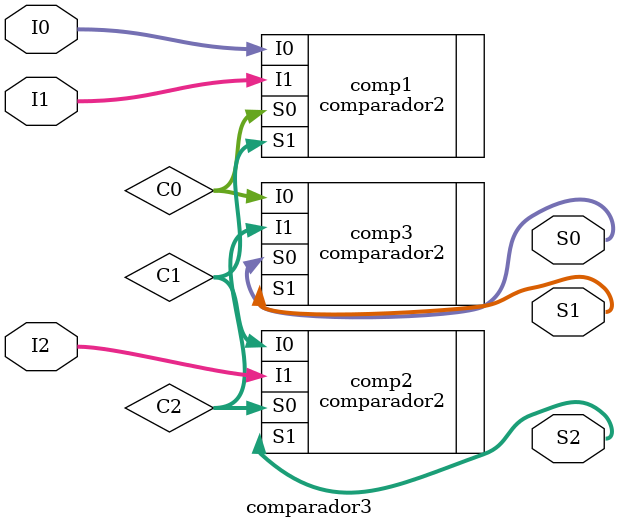
<source format=sv>
module comparador3 (
  input logic [7:0] I0, I1, I2,
  output logic [7:0] S0, S1, S2
);
  
  logic [7:0] C0, C1, C2;

    comparador2 comp1(.I0(I0), .I1(I1),
                      .S0(C0), .S1(C1));
  	comparador2 comp2(.I0(C1), .I1(I2),
                      .S0(C2), .S1(S2));
  	comparador2 comp3(.I0(C0), .I1(C2),
                      .S0(S0), .S1(S1));

endmodule
</source>
